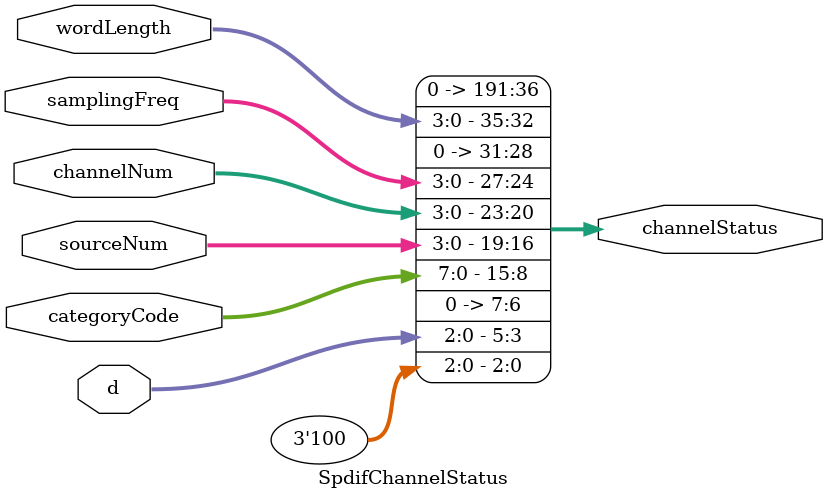
<source format=v>

`default_nettype none

module SpdifChannelStatus
(
    input wire [2:0] d,
    input wire [7:0] categoryCode,
    input wire [3:0] sourceNum,
    input wire [3:0] channelNum,
    input wire [3:0] samplingFreq,
    input wire [3:0] wordLength,
    output wire [191:0] channelStatus
);

assign channelStatus[2:0] = 3'b100;     //c,b,a
assign channelStatus[5:3] = d;
assign channelStatus[7:6] = 2'b00;      //mode
assign channelStatus[15:8] = categoryCode;
assign channelStatus[19:16] = sourceNum;
assign channelStatus[23:20] = channelNum;
assign channelStatus[27:24] = samplingFreq;
assign channelStatus[29:28] = 2'b00;    //clock accuracy = Level II
assign channelStatus[31:30] = 2'b00;    //reserved
assign channelStatus[35:32] = wordLength;
assign channelStatus[39:36] = 4'd0;     //original sampling freq not indicated
assign channelStatus[191:40] = 152'd0;  //reserved

endmodule

</source>
